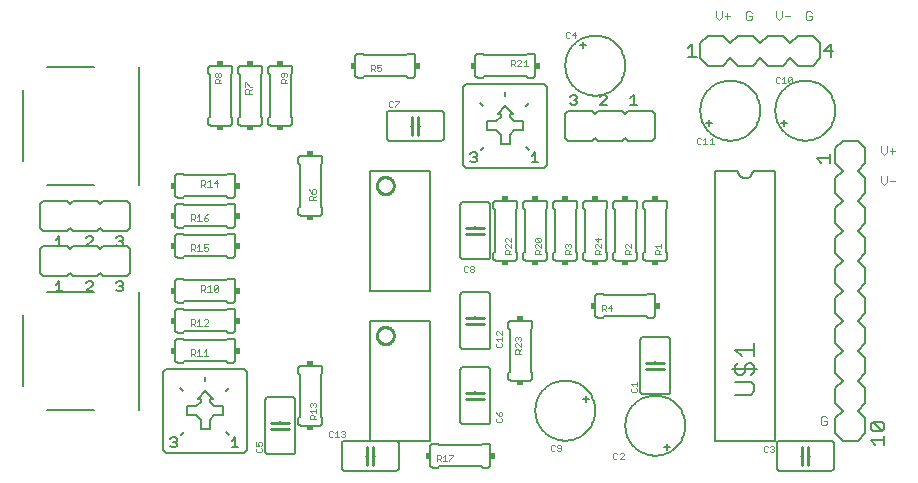
<source format=gto>
G75*
%MOIN*%
%OFA0B0*%
%FSLAX24Y24*%
%IPPOS*%
%LPD*%
%AMOC8*
5,1,8,0,0,1.08239X$1,22.5*
%
%ADD10C,0.0030*%
%ADD11C,0.0060*%
%ADD12C,0.0100*%
%ADD13C,0.0020*%
%ADD14C,0.0080*%
%ADD15C,0.0050*%
%ADD16R,0.0200X0.0150*%
%ADD17R,0.0150X0.0200*%
%ADD18C,0.0070*%
D10*
X030431Y002243D02*
X030479Y002195D01*
X030576Y002195D01*
X030624Y002243D01*
X030624Y002340D01*
X030527Y002340D01*
X030431Y002437D02*
X030431Y002243D01*
X030431Y002437D02*
X030479Y002485D01*
X030576Y002485D01*
X030624Y002437D01*
X032527Y010195D02*
X032624Y010292D01*
X032624Y010485D01*
X032725Y010340D02*
X032919Y010340D01*
X032527Y010195D02*
X032431Y010292D01*
X032431Y010485D01*
X032527Y011195D02*
X032624Y011292D01*
X032624Y011485D01*
X032725Y011340D02*
X032919Y011340D01*
X032822Y011437D02*
X032822Y011243D01*
X032527Y011195D02*
X032431Y011292D01*
X032431Y011485D01*
X030076Y015695D02*
X029979Y015695D01*
X029931Y015743D01*
X029931Y015937D01*
X029979Y015985D01*
X030076Y015985D01*
X030124Y015937D01*
X030124Y015840D02*
X030027Y015840D01*
X030124Y015840D02*
X030124Y015743D01*
X030076Y015695D01*
X029419Y015840D02*
X029225Y015840D01*
X029124Y015792D02*
X029124Y015985D01*
X029124Y015792D02*
X029027Y015695D01*
X028931Y015792D01*
X028931Y015985D01*
X028124Y015937D02*
X028076Y015985D01*
X027979Y015985D01*
X027931Y015937D01*
X027931Y015743D01*
X027979Y015695D01*
X028076Y015695D01*
X028124Y015743D01*
X028124Y015840D01*
X028027Y015840D01*
X027419Y015840D02*
X027225Y015840D01*
X027124Y015792D02*
X027124Y015985D01*
X027124Y015792D02*
X027027Y015695D01*
X026931Y015792D01*
X026931Y015985D01*
X027322Y015937D02*
X027322Y015743D01*
D11*
X027166Y015180D02*
X026666Y015180D01*
X026416Y014930D01*
X026416Y014430D01*
X026666Y014180D01*
X027166Y014180D01*
X027416Y014430D01*
X027666Y014180D01*
X028166Y014180D01*
X028416Y014430D01*
X028666Y014180D01*
X029166Y014180D01*
X029416Y014430D01*
X029666Y014180D01*
X030166Y014180D01*
X030416Y014430D01*
X030416Y014930D01*
X030166Y015180D01*
X029666Y015180D01*
X029416Y014930D01*
X029166Y015180D01*
X028666Y015180D01*
X028416Y014930D01*
X028166Y015180D01*
X027666Y015180D01*
X027416Y014930D01*
X027166Y015180D01*
X021916Y014180D02*
X021918Y014243D01*
X021924Y014305D01*
X021934Y014367D01*
X021947Y014429D01*
X021965Y014489D01*
X021986Y014548D01*
X022011Y014606D01*
X022040Y014662D01*
X022072Y014716D01*
X022107Y014768D01*
X022145Y014817D01*
X022187Y014865D01*
X022231Y014909D01*
X022279Y014951D01*
X022328Y014989D01*
X022380Y015024D01*
X022434Y015056D01*
X022490Y015085D01*
X022548Y015110D01*
X022607Y015131D01*
X022667Y015149D01*
X022729Y015162D01*
X022791Y015172D01*
X022853Y015178D01*
X022916Y015180D01*
X022979Y015178D01*
X023041Y015172D01*
X023103Y015162D01*
X023165Y015149D01*
X023225Y015131D01*
X023284Y015110D01*
X023342Y015085D01*
X023398Y015056D01*
X023452Y015024D01*
X023504Y014989D01*
X023553Y014951D01*
X023601Y014909D01*
X023645Y014865D01*
X023687Y014817D01*
X023725Y014768D01*
X023760Y014716D01*
X023792Y014662D01*
X023821Y014606D01*
X023846Y014548D01*
X023867Y014489D01*
X023885Y014429D01*
X023898Y014367D01*
X023908Y014305D01*
X023914Y014243D01*
X023916Y014180D01*
X023914Y014117D01*
X023908Y014055D01*
X023898Y013993D01*
X023885Y013931D01*
X023867Y013871D01*
X023846Y013812D01*
X023821Y013754D01*
X023792Y013698D01*
X023760Y013644D01*
X023725Y013592D01*
X023687Y013543D01*
X023645Y013495D01*
X023601Y013451D01*
X023553Y013409D01*
X023504Y013371D01*
X023452Y013336D01*
X023398Y013304D01*
X023342Y013275D01*
X023284Y013250D01*
X023225Y013229D01*
X023165Y013211D01*
X023103Y013198D01*
X023041Y013188D01*
X022979Y013182D01*
X022916Y013180D01*
X022853Y013182D01*
X022791Y013188D01*
X022729Y013198D01*
X022667Y013211D01*
X022607Y013229D01*
X022548Y013250D01*
X022490Y013275D01*
X022434Y013304D01*
X022380Y013336D01*
X022328Y013371D01*
X022279Y013409D01*
X022231Y013451D01*
X022187Y013495D01*
X022145Y013543D01*
X022107Y013592D01*
X022072Y013644D01*
X022040Y013698D01*
X022011Y013754D01*
X021986Y013812D01*
X021965Y013871D01*
X021947Y013931D01*
X021934Y013993D01*
X021924Y014055D01*
X021918Y014117D01*
X021916Y014180D01*
X022516Y014780D02*
X022516Y014980D01*
X022416Y014880D02*
X022616Y014880D01*
X020916Y014480D02*
X020916Y013880D01*
X020914Y013863D01*
X020910Y013846D01*
X020903Y013830D01*
X020893Y013816D01*
X020880Y013803D01*
X020866Y013793D01*
X020850Y013786D01*
X020833Y013782D01*
X020816Y013780D01*
X020666Y013780D01*
X020616Y013830D01*
X019216Y013830D01*
X019166Y013780D01*
X019016Y013780D01*
X018999Y013782D01*
X018982Y013786D01*
X018966Y013793D01*
X018952Y013803D01*
X018939Y013816D01*
X018929Y013830D01*
X018922Y013846D01*
X018918Y013863D01*
X018916Y013880D01*
X018916Y014480D01*
X018918Y014497D01*
X018922Y014514D01*
X018929Y014530D01*
X018939Y014544D01*
X018952Y014557D01*
X018966Y014567D01*
X018982Y014574D01*
X018999Y014578D01*
X019016Y014580D01*
X019166Y014580D01*
X019216Y014530D01*
X020616Y014530D01*
X020666Y014580D01*
X020816Y014580D01*
X020833Y014578D01*
X020850Y014574D01*
X020866Y014567D01*
X020880Y014557D01*
X020893Y014544D01*
X020903Y014530D01*
X020910Y014514D01*
X020914Y014497D01*
X020916Y014480D01*
X021216Y013580D02*
X021316Y013480D01*
X021316Y010880D01*
X021216Y010780D01*
X018616Y010780D01*
X018516Y010880D01*
X018516Y013480D01*
X018616Y013580D01*
X021216Y013580D01*
X020716Y012930D02*
X020616Y012830D01*
X020166Y012580D02*
X020066Y012580D01*
X020066Y012480D01*
X020216Y012330D01*
X020516Y012330D01*
X020516Y012030D01*
X020216Y012030D01*
X020066Y011880D01*
X020066Y011580D01*
X019766Y011580D01*
X019766Y011880D01*
X019616Y012030D01*
X019316Y012030D01*
X019316Y012330D01*
X019616Y012330D01*
X019766Y012480D01*
X019766Y012580D01*
X019666Y012580D01*
X019916Y012830D01*
X020166Y012580D01*
X019916Y013150D02*
X019916Y013300D01*
X019166Y012830D02*
X019066Y012930D01*
X017866Y012580D02*
X017866Y011780D01*
X017864Y011763D01*
X017860Y011746D01*
X017853Y011730D01*
X017843Y011716D01*
X017830Y011703D01*
X017816Y011693D01*
X017800Y011686D01*
X017783Y011682D01*
X017766Y011680D01*
X016066Y011680D01*
X016049Y011682D01*
X016032Y011686D01*
X016016Y011693D01*
X016002Y011703D01*
X015989Y011716D01*
X015979Y011730D01*
X015972Y011746D01*
X015968Y011763D01*
X015966Y011780D01*
X015966Y012580D01*
X015968Y012597D01*
X015972Y012614D01*
X015979Y012630D01*
X015989Y012644D01*
X016002Y012657D01*
X016016Y012667D01*
X016032Y012674D01*
X016049Y012678D01*
X016066Y012680D01*
X017766Y012680D01*
X017783Y012678D01*
X017800Y012674D01*
X017816Y012667D01*
X017830Y012657D01*
X017843Y012644D01*
X017853Y012630D01*
X017860Y012614D01*
X017864Y012597D01*
X017866Y012580D01*
X017066Y012180D02*
X017016Y012180D01*
X016816Y012180D02*
X016766Y012180D01*
X019116Y011380D02*
X019216Y011480D01*
X020616Y011480D02*
X020716Y011380D01*
X021916Y011780D02*
X021916Y012580D01*
X022016Y012680D01*
X022816Y012680D01*
X022916Y012580D01*
X023016Y012680D01*
X023816Y012680D01*
X023916Y012580D01*
X024016Y012680D01*
X024816Y012680D01*
X024916Y012580D01*
X024916Y011780D01*
X024816Y011680D01*
X024016Y011680D01*
X023916Y011780D01*
X023816Y011680D01*
X023016Y011680D01*
X022916Y011780D01*
X022816Y011680D01*
X022016Y011680D01*
X021916Y011780D01*
X021616Y009680D02*
X022216Y009680D01*
X022233Y009678D01*
X022250Y009674D01*
X022266Y009667D01*
X022280Y009657D01*
X022293Y009644D01*
X022303Y009630D01*
X022310Y009614D01*
X022314Y009597D01*
X022316Y009580D01*
X022316Y009430D01*
X022266Y009380D01*
X022266Y007980D01*
X022316Y007930D01*
X022316Y007780D01*
X022314Y007763D01*
X022310Y007746D01*
X022303Y007730D01*
X022293Y007716D01*
X022280Y007703D01*
X022266Y007693D01*
X022250Y007686D01*
X022233Y007682D01*
X022216Y007680D01*
X021616Y007680D01*
X021599Y007682D01*
X021582Y007686D01*
X021566Y007693D01*
X021552Y007703D01*
X021539Y007716D01*
X021529Y007730D01*
X021522Y007746D01*
X021518Y007763D01*
X021516Y007780D01*
X021516Y007930D01*
X021566Y007980D01*
X021566Y009380D01*
X021516Y009430D01*
X021516Y009580D01*
X021518Y009597D01*
X021522Y009614D01*
X021529Y009630D01*
X021539Y009644D01*
X021552Y009657D01*
X021566Y009667D01*
X021582Y009674D01*
X021599Y009678D01*
X021616Y009680D01*
X021316Y009580D02*
X021316Y009430D01*
X021266Y009380D01*
X021266Y007980D01*
X021316Y007930D01*
X021316Y007780D01*
X021314Y007763D01*
X021310Y007746D01*
X021303Y007730D01*
X021293Y007716D01*
X021280Y007703D01*
X021266Y007693D01*
X021250Y007686D01*
X021233Y007682D01*
X021216Y007680D01*
X020616Y007680D01*
X020599Y007682D01*
X020582Y007686D01*
X020566Y007693D01*
X020552Y007703D01*
X020539Y007716D01*
X020529Y007730D01*
X020522Y007746D01*
X020518Y007763D01*
X020516Y007780D01*
X020516Y007930D01*
X020566Y007980D01*
X020566Y009380D01*
X020516Y009430D01*
X020516Y009580D01*
X020518Y009597D01*
X020522Y009614D01*
X020529Y009630D01*
X020539Y009644D01*
X020552Y009657D01*
X020566Y009667D01*
X020582Y009674D01*
X020599Y009678D01*
X020616Y009680D01*
X021216Y009680D01*
X021233Y009678D01*
X021250Y009674D01*
X021266Y009667D01*
X021280Y009657D01*
X021293Y009644D01*
X021303Y009630D01*
X021310Y009614D01*
X021314Y009597D01*
X021316Y009580D01*
X020316Y009580D02*
X020316Y009430D01*
X020266Y009380D01*
X020266Y007980D01*
X020316Y007930D01*
X020316Y007780D01*
X020314Y007763D01*
X020310Y007746D01*
X020303Y007730D01*
X020293Y007716D01*
X020280Y007703D01*
X020266Y007693D01*
X020250Y007686D01*
X020233Y007682D01*
X020216Y007680D01*
X019616Y007680D01*
X019599Y007682D01*
X019582Y007686D01*
X019566Y007693D01*
X019552Y007703D01*
X019539Y007716D01*
X019529Y007730D01*
X019522Y007746D01*
X019518Y007763D01*
X019516Y007780D01*
X019516Y007930D01*
X019566Y007980D01*
X019566Y009380D01*
X019516Y009430D01*
X019516Y009580D01*
X019518Y009597D01*
X019522Y009614D01*
X019529Y009630D01*
X019539Y009644D01*
X019552Y009657D01*
X019566Y009667D01*
X019582Y009674D01*
X019599Y009678D01*
X019616Y009680D01*
X020216Y009680D01*
X020233Y009678D01*
X020250Y009674D01*
X020266Y009667D01*
X020280Y009657D01*
X020293Y009644D01*
X020303Y009630D01*
X020310Y009614D01*
X020314Y009597D01*
X020316Y009580D01*
X019416Y009530D02*
X019416Y007830D01*
X019414Y007813D01*
X019410Y007796D01*
X019403Y007780D01*
X019393Y007766D01*
X019380Y007753D01*
X019366Y007743D01*
X019350Y007736D01*
X019333Y007732D01*
X019316Y007730D01*
X018516Y007730D01*
X018499Y007732D01*
X018482Y007736D01*
X018466Y007743D01*
X018452Y007753D01*
X018439Y007766D01*
X018429Y007780D01*
X018422Y007796D01*
X018418Y007813D01*
X018416Y007830D01*
X018416Y009530D01*
X018418Y009547D01*
X018422Y009564D01*
X018429Y009580D01*
X018439Y009594D01*
X018452Y009607D01*
X018466Y009617D01*
X018482Y009624D01*
X018499Y009628D01*
X018516Y009630D01*
X019316Y009630D01*
X019333Y009628D01*
X019350Y009624D01*
X019366Y009617D01*
X019380Y009607D01*
X019393Y009594D01*
X019403Y009580D01*
X019410Y009564D01*
X019414Y009547D01*
X019416Y009530D01*
X018916Y008830D02*
X018916Y008780D01*
X018916Y008580D02*
X018916Y008530D01*
X018516Y006630D02*
X019316Y006630D01*
X019333Y006628D01*
X019350Y006624D01*
X019366Y006617D01*
X019380Y006607D01*
X019393Y006594D01*
X019403Y006580D01*
X019410Y006564D01*
X019414Y006547D01*
X019416Y006530D01*
X019416Y004830D01*
X019414Y004813D01*
X019410Y004796D01*
X019403Y004780D01*
X019393Y004766D01*
X019380Y004753D01*
X019366Y004743D01*
X019350Y004736D01*
X019333Y004732D01*
X019316Y004730D01*
X018516Y004730D01*
X018499Y004732D01*
X018482Y004736D01*
X018466Y004743D01*
X018452Y004753D01*
X018439Y004766D01*
X018429Y004780D01*
X018422Y004796D01*
X018418Y004813D01*
X018416Y004830D01*
X018416Y006530D01*
X018418Y006547D01*
X018422Y006564D01*
X018429Y006580D01*
X018439Y006594D01*
X018452Y006607D01*
X018466Y006617D01*
X018482Y006624D01*
X018499Y006628D01*
X018516Y006630D01*
X018916Y005830D02*
X018916Y005780D01*
X018916Y005580D02*
X018916Y005530D01*
X020016Y005580D02*
X020016Y005430D01*
X020066Y005380D01*
X020066Y003980D01*
X020016Y003930D01*
X020016Y003780D01*
X020018Y003763D01*
X020022Y003746D01*
X020029Y003730D01*
X020039Y003716D01*
X020052Y003703D01*
X020066Y003693D01*
X020082Y003686D01*
X020099Y003682D01*
X020116Y003680D01*
X020716Y003680D01*
X020733Y003682D01*
X020750Y003686D01*
X020766Y003693D01*
X020780Y003703D01*
X020793Y003716D01*
X020803Y003730D01*
X020810Y003746D01*
X020814Y003763D01*
X020816Y003780D01*
X020816Y003930D01*
X020766Y003980D01*
X020766Y005380D01*
X020816Y005430D01*
X020816Y005580D01*
X020814Y005597D01*
X020810Y005614D01*
X020803Y005630D01*
X020793Y005644D01*
X020780Y005657D01*
X020766Y005667D01*
X020750Y005674D01*
X020733Y005678D01*
X020716Y005680D01*
X020116Y005680D01*
X020099Y005678D01*
X020082Y005674D01*
X020066Y005667D01*
X020052Y005657D01*
X020039Y005644D01*
X020029Y005630D01*
X020022Y005614D01*
X020018Y005597D01*
X020016Y005580D01*
X019316Y004130D02*
X018516Y004130D01*
X018499Y004128D01*
X018482Y004124D01*
X018466Y004117D01*
X018452Y004107D01*
X018439Y004094D01*
X018429Y004080D01*
X018422Y004064D01*
X018418Y004047D01*
X018416Y004030D01*
X018416Y002330D01*
X018418Y002313D01*
X018422Y002296D01*
X018429Y002280D01*
X018439Y002266D01*
X018452Y002253D01*
X018466Y002243D01*
X018482Y002236D01*
X018499Y002232D01*
X018516Y002230D01*
X019316Y002230D01*
X019333Y002232D01*
X019350Y002236D01*
X019366Y002243D01*
X019380Y002253D01*
X019393Y002266D01*
X019403Y002280D01*
X019410Y002296D01*
X019414Y002313D01*
X019416Y002330D01*
X019416Y004030D01*
X019414Y004047D01*
X019410Y004064D01*
X019403Y004080D01*
X019393Y004094D01*
X019380Y004107D01*
X019366Y004117D01*
X019350Y004124D01*
X019333Y004128D01*
X019316Y004130D01*
X018916Y003330D02*
X018916Y003280D01*
X018916Y003080D02*
X018916Y003030D01*
X019166Y001580D02*
X019316Y001580D01*
X019333Y001578D01*
X019350Y001574D01*
X019366Y001567D01*
X019380Y001557D01*
X019393Y001544D01*
X019403Y001530D01*
X019410Y001514D01*
X019414Y001497D01*
X019416Y001480D01*
X019416Y000880D01*
X019414Y000863D01*
X019410Y000846D01*
X019403Y000830D01*
X019393Y000816D01*
X019380Y000803D01*
X019366Y000793D01*
X019350Y000786D01*
X019333Y000782D01*
X019316Y000780D01*
X019166Y000780D01*
X019116Y000830D01*
X017716Y000830D01*
X017666Y000780D01*
X017516Y000780D01*
X017499Y000782D01*
X017482Y000786D01*
X017466Y000793D01*
X017452Y000803D01*
X017439Y000816D01*
X017429Y000830D01*
X017422Y000846D01*
X017418Y000863D01*
X017416Y000880D01*
X017416Y001480D01*
X017418Y001497D01*
X017422Y001514D01*
X017429Y001530D01*
X017439Y001544D01*
X017452Y001557D01*
X017466Y001567D01*
X017482Y001574D01*
X017499Y001578D01*
X017516Y001580D01*
X017666Y001580D01*
X017716Y001530D01*
X019116Y001530D01*
X019166Y001580D01*
X020916Y002680D02*
X020918Y002743D01*
X020924Y002805D01*
X020934Y002867D01*
X020947Y002929D01*
X020965Y002989D01*
X020986Y003048D01*
X021011Y003106D01*
X021040Y003162D01*
X021072Y003216D01*
X021107Y003268D01*
X021145Y003317D01*
X021187Y003365D01*
X021231Y003409D01*
X021279Y003451D01*
X021328Y003489D01*
X021380Y003524D01*
X021434Y003556D01*
X021490Y003585D01*
X021548Y003610D01*
X021607Y003631D01*
X021667Y003649D01*
X021729Y003662D01*
X021791Y003672D01*
X021853Y003678D01*
X021916Y003680D01*
X021979Y003678D01*
X022041Y003672D01*
X022103Y003662D01*
X022165Y003649D01*
X022225Y003631D01*
X022284Y003610D01*
X022342Y003585D01*
X022398Y003556D01*
X022452Y003524D01*
X022504Y003489D01*
X022553Y003451D01*
X022601Y003409D01*
X022645Y003365D01*
X022687Y003317D01*
X022725Y003268D01*
X022760Y003216D01*
X022792Y003162D01*
X022821Y003106D01*
X022846Y003048D01*
X022867Y002989D01*
X022885Y002929D01*
X022898Y002867D01*
X022908Y002805D01*
X022914Y002743D01*
X022916Y002680D01*
X022914Y002617D01*
X022908Y002555D01*
X022898Y002493D01*
X022885Y002431D01*
X022867Y002371D01*
X022846Y002312D01*
X022821Y002254D01*
X022792Y002198D01*
X022760Y002144D01*
X022725Y002092D01*
X022687Y002043D01*
X022645Y001995D01*
X022601Y001951D01*
X022553Y001909D01*
X022504Y001871D01*
X022452Y001836D01*
X022398Y001804D01*
X022342Y001775D01*
X022284Y001750D01*
X022225Y001729D01*
X022165Y001711D01*
X022103Y001698D01*
X022041Y001688D01*
X021979Y001682D01*
X021916Y001680D01*
X021853Y001682D01*
X021791Y001688D01*
X021729Y001698D01*
X021667Y001711D01*
X021607Y001729D01*
X021548Y001750D01*
X021490Y001775D01*
X021434Y001804D01*
X021380Y001836D01*
X021328Y001871D01*
X021279Y001909D01*
X021231Y001951D01*
X021187Y001995D01*
X021145Y002043D01*
X021107Y002092D01*
X021072Y002144D01*
X021040Y002198D01*
X021011Y002254D01*
X020986Y002312D01*
X020965Y002371D01*
X020947Y002431D01*
X020934Y002493D01*
X020924Y002555D01*
X020918Y002617D01*
X020916Y002680D01*
X022516Y003080D02*
X022716Y003080D01*
X022616Y003180D02*
X022616Y002980D01*
X024416Y003330D02*
X024416Y005030D01*
X024418Y005047D01*
X024422Y005064D01*
X024429Y005080D01*
X024439Y005094D01*
X024452Y005107D01*
X024466Y005117D01*
X024482Y005124D01*
X024499Y005128D01*
X024516Y005130D01*
X025316Y005130D01*
X025333Y005128D01*
X025350Y005124D01*
X025366Y005117D01*
X025380Y005107D01*
X025393Y005094D01*
X025403Y005080D01*
X025410Y005064D01*
X025414Y005047D01*
X025416Y005030D01*
X025416Y003330D01*
X025414Y003313D01*
X025410Y003296D01*
X025403Y003280D01*
X025393Y003266D01*
X025380Y003253D01*
X025366Y003243D01*
X025350Y003236D01*
X025333Y003232D01*
X025316Y003230D01*
X024516Y003230D01*
X024499Y003232D01*
X024482Y003236D01*
X024466Y003243D01*
X024452Y003253D01*
X024439Y003266D01*
X024429Y003280D01*
X024422Y003296D01*
X024418Y003313D01*
X024416Y003330D01*
X024916Y004030D02*
X024916Y004080D01*
X024916Y004280D02*
X024916Y004330D01*
X024816Y005780D02*
X024666Y005780D01*
X024616Y005830D01*
X023216Y005830D01*
X023166Y005780D01*
X023016Y005780D01*
X022999Y005782D01*
X022982Y005786D01*
X022966Y005793D01*
X022952Y005803D01*
X022939Y005816D01*
X022929Y005830D01*
X022922Y005846D01*
X022918Y005863D01*
X022916Y005880D01*
X022916Y006480D01*
X022918Y006497D01*
X022922Y006514D01*
X022929Y006530D01*
X022939Y006544D01*
X022952Y006557D01*
X022966Y006567D01*
X022982Y006574D01*
X022999Y006578D01*
X023016Y006580D01*
X023166Y006580D01*
X023216Y006530D01*
X024616Y006530D01*
X024666Y006580D01*
X024816Y006580D01*
X024833Y006578D01*
X024850Y006574D01*
X024866Y006567D01*
X024880Y006557D01*
X024893Y006544D01*
X024903Y006530D01*
X024910Y006514D01*
X024914Y006497D01*
X024916Y006480D01*
X024916Y005880D01*
X024914Y005863D01*
X024910Y005846D01*
X024903Y005830D01*
X024893Y005816D01*
X024880Y005803D01*
X024866Y005793D01*
X024850Y005786D01*
X024833Y005782D01*
X024816Y005780D01*
X024616Y007680D02*
X025216Y007680D01*
X025233Y007682D01*
X025250Y007686D01*
X025266Y007693D01*
X025280Y007703D01*
X025293Y007716D01*
X025303Y007730D01*
X025310Y007746D01*
X025314Y007763D01*
X025316Y007780D01*
X025316Y007930D01*
X025266Y007980D01*
X025266Y009380D01*
X025316Y009430D01*
X025316Y009580D01*
X025314Y009597D01*
X025310Y009614D01*
X025303Y009630D01*
X025293Y009644D01*
X025280Y009657D01*
X025266Y009667D01*
X025250Y009674D01*
X025233Y009678D01*
X025216Y009680D01*
X024616Y009680D01*
X024599Y009678D01*
X024582Y009674D01*
X024566Y009667D01*
X024552Y009657D01*
X024539Y009644D01*
X024529Y009630D01*
X024522Y009614D01*
X024518Y009597D01*
X024516Y009580D01*
X024516Y009430D01*
X024566Y009380D01*
X024566Y007980D01*
X024516Y007930D01*
X024516Y007780D01*
X024518Y007763D01*
X024522Y007746D01*
X024529Y007730D01*
X024539Y007716D01*
X024552Y007703D01*
X024566Y007693D01*
X024582Y007686D01*
X024599Y007682D01*
X024616Y007680D01*
X024316Y007780D02*
X024316Y007930D01*
X024266Y007980D01*
X024266Y009380D01*
X024316Y009430D01*
X024316Y009580D01*
X024314Y009597D01*
X024310Y009614D01*
X024303Y009630D01*
X024293Y009644D01*
X024280Y009657D01*
X024266Y009667D01*
X024250Y009674D01*
X024233Y009678D01*
X024216Y009680D01*
X023616Y009680D01*
X023599Y009678D01*
X023582Y009674D01*
X023566Y009667D01*
X023552Y009657D01*
X023539Y009644D01*
X023529Y009630D01*
X023522Y009614D01*
X023518Y009597D01*
X023516Y009580D01*
X023516Y009430D01*
X023566Y009380D01*
X023566Y007980D01*
X023516Y007930D01*
X023516Y007780D01*
X023518Y007763D01*
X023522Y007746D01*
X023529Y007730D01*
X023539Y007716D01*
X023552Y007703D01*
X023566Y007693D01*
X023582Y007686D01*
X023599Y007682D01*
X023616Y007680D01*
X024216Y007680D01*
X024233Y007682D01*
X024250Y007686D01*
X024266Y007693D01*
X024280Y007703D01*
X024293Y007716D01*
X024303Y007730D01*
X024310Y007746D01*
X024314Y007763D01*
X024316Y007780D01*
X023316Y007780D02*
X023316Y007930D01*
X023266Y007980D01*
X023266Y009380D01*
X023316Y009430D01*
X023316Y009580D01*
X023314Y009597D01*
X023310Y009614D01*
X023303Y009630D01*
X023293Y009644D01*
X023280Y009657D01*
X023266Y009667D01*
X023250Y009674D01*
X023233Y009678D01*
X023216Y009680D01*
X022616Y009680D01*
X022599Y009678D01*
X022582Y009674D01*
X022566Y009667D01*
X022552Y009657D01*
X022539Y009644D01*
X022529Y009630D01*
X022522Y009614D01*
X022518Y009597D01*
X022516Y009580D01*
X022516Y009430D01*
X022566Y009380D01*
X022566Y007980D01*
X022516Y007930D01*
X022516Y007780D01*
X022518Y007763D01*
X022522Y007746D01*
X022529Y007730D01*
X022539Y007716D01*
X022552Y007703D01*
X022566Y007693D01*
X022582Y007686D01*
X022599Y007682D01*
X022616Y007680D01*
X023216Y007680D01*
X023233Y007682D01*
X023250Y007686D01*
X023266Y007693D01*
X023280Y007703D01*
X023293Y007716D01*
X023303Y007730D01*
X023310Y007746D01*
X023314Y007763D01*
X023316Y007780D01*
X026916Y010680D02*
X026916Y001680D01*
X028916Y001680D01*
X028916Y010680D01*
X028166Y010680D01*
X028164Y010650D01*
X028159Y010620D01*
X028150Y010591D01*
X028137Y010564D01*
X028122Y010538D01*
X028103Y010514D01*
X028082Y010493D01*
X028058Y010474D01*
X028032Y010459D01*
X028005Y010446D01*
X027976Y010437D01*
X027946Y010432D01*
X027916Y010430D01*
X027886Y010432D01*
X027856Y010437D01*
X027827Y010446D01*
X027800Y010459D01*
X027774Y010474D01*
X027750Y010493D01*
X027729Y010514D01*
X027710Y010538D01*
X027695Y010564D01*
X027682Y010591D01*
X027673Y010620D01*
X027668Y010650D01*
X027666Y010680D01*
X026916Y010680D01*
X026716Y012180D02*
X026716Y012380D01*
X026816Y012280D02*
X026616Y012280D01*
X026416Y012680D02*
X026418Y012743D01*
X026424Y012805D01*
X026434Y012867D01*
X026447Y012929D01*
X026465Y012989D01*
X026486Y013048D01*
X026511Y013106D01*
X026540Y013162D01*
X026572Y013216D01*
X026607Y013268D01*
X026645Y013317D01*
X026687Y013365D01*
X026731Y013409D01*
X026779Y013451D01*
X026828Y013489D01*
X026880Y013524D01*
X026934Y013556D01*
X026990Y013585D01*
X027048Y013610D01*
X027107Y013631D01*
X027167Y013649D01*
X027229Y013662D01*
X027291Y013672D01*
X027353Y013678D01*
X027416Y013680D01*
X027479Y013678D01*
X027541Y013672D01*
X027603Y013662D01*
X027665Y013649D01*
X027725Y013631D01*
X027784Y013610D01*
X027842Y013585D01*
X027898Y013556D01*
X027952Y013524D01*
X028004Y013489D01*
X028053Y013451D01*
X028101Y013409D01*
X028145Y013365D01*
X028187Y013317D01*
X028225Y013268D01*
X028260Y013216D01*
X028292Y013162D01*
X028321Y013106D01*
X028346Y013048D01*
X028367Y012989D01*
X028385Y012929D01*
X028398Y012867D01*
X028408Y012805D01*
X028414Y012743D01*
X028416Y012680D01*
X028414Y012617D01*
X028408Y012555D01*
X028398Y012493D01*
X028385Y012431D01*
X028367Y012371D01*
X028346Y012312D01*
X028321Y012254D01*
X028292Y012198D01*
X028260Y012144D01*
X028225Y012092D01*
X028187Y012043D01*
X028145Y011995D01*
X028101Y011951D01*
X028053Y011909D01*
X028004Y011871D01*
X027952Y011836D01*
X027898Y011804D01*
X027842Y011775D01*
X027784Y011750D01*
X027725Y011729D01*
X027665Y011711D01*
X027603Y011698D01*
X027541Y011688D01*
X027479Y011682D01*
X027416Y011680D01*
X027353Y011682D01*
X027291Y011688D01*
X027229Y011698D01*
X027167Y011711D01*
X027107Y011729D01*
X027048Y011750D01*
X026990Y011775D01*
X026934Y011804D01*
X026880Y011836D01*
X026828Y011871D01*
X026779Y011909D01*
X026731Y011951D01*
X026687Y011995D01*
X026645Y012043D01*
X026607Y012092D01*
X026572Y012144D01*
X026540Y012198D01*
X026511Y012254D01*
X026486Y012312D01*
X026465Y012371D01*
X026447Y012431D01*
X026434Y012493D01*
X026424Y012555D01*
X026418Y012617D01*
X026416Y012680D01*
X029116Y012280D02*
X029316Y012280D01*
X029216Y012180D02*
X029216Y012380D01*
X028916Y012680D02*
X028918Y012743D01*
X028924Y012805D01*
X028934Y012867D01*
X028947Y012929D01*
X028965Y012989D01*
X028986Y013048D01*
X029011Y013106D01*
X029040Y013162D01*
X029072Y013216D01*
X029107Y013268D01*
X029145Y013317D01*
X029187Y013365D01*
X029231Y013409D01*
X029279Y013451D01*
X029328Y013489D01*
X029380Y013524D01*
X029434Y013556D01*
X029490Y013585D01*
X029548Y013610D01*
X029607Y013631D01*
X029667Y013649D01*
X029729Y013662D01*
X029791Y013672D01*
X029853Y013678D01*
X029916Y013680D01*
X029979Y013678D01*
X030041Y013672D01*
X030103Y013662D01*
X030165Y013649D01*
X030225Y013631D01*
X030284Y013610D01*
X030342Y013585D01*
X030398Y013556D01*
X030452Y013524D01*
X030504Y013489D01*
X030553Y013451D01*
X030601Y013409D01*
X030645Y013365D01*
X030687Y013317D01*
X030725Y013268D01*
X030760Y013216D01*
X030792Y013162D01*
X030821Y013106D01*
X030846Y013048D01*
X030867Y012989D01*
X030885Y012929D01*
X030898Y012867D01*
X030908Y012805D01*
X030914Y012743D01*
X030916Y012680D01*
X030914Y012617D01*
X030908Y012555D01*
X030898Y012493D01*
X030885Y012431D01*
X030867Y012371D01*
X030846Y012312D01*
X030821Y012254D01*
X030792Y012198D01*
X030760Y012144D01*
X030725Y012092D01*
X030687Y012043D01*
X030645Y011995D01*
X030601Y011951D01*
X030553Y011909D01*
X030504Y011871D01*
X030452Y011836D01*
X030398Y011804D01*
X030342Y011775D01*
X030284Y011750D01*
X030225Y011729D01*
X030165Y011711D01*
X030103Y011698D01*
X030041Y011688D01*
X029979Y011682D01*
X029916Y011680D01*
X029853Y011682D01*
X029791Y011688D01*
X029729Y011698D01*
X029667Y011711D01*
X029607Y011729D01*
X029548Y011750D01*
X029490Y011775D01*
X029434Y011804D01*
X029380Y011836D01*
X029328Y011871D01*
X029279Y011909D01*
X029231Y011951D01*
X029187Y011995D01*
X029145Y012043D01*
X029107Y012092D01*
X029072Y012144D01*
X029040Y012198D01*
X029011Y012254D01*
X028986Y012312D01*
X028965Y012371D01*
X028947Y012431D01*
X028934Y012493D01*
X028924Y012555D01*
X028918Y012617D01*
X028916Y012680D01*
X030916Y011430D02*
X031166Y011680D01*
X031666Y011680D01*
X031916Y011430D01*
X031916Y010930D01*
X031666Y010680D01*
X031916Y010430D01*
X031916Y009930D01*
X031666Y009680D01*
X031916Y009430D01*
X031916Y008930D01*
X031666Y008680D01*
X031916Y008430D01*
X031916Y007930D01*
X031666Y007680D01*
X031916Y007430D01*
X031916Y006930D01*
X031666Y006680D01*
X031916Y006430D01*
X031916Y005930D01*
X031666Y005680D01*
X031916Y005430D01*
X031916Y004930D01*
X031666Y004680D01*
X031916Y004430D01*
X031916Y003930D01*
X031666Y003680D01*
X031916Y003430D01*
X031916Y002930D01*
X031666Y002680D01*
X031916Y002430D01*
X031916Y001930D01*
X031666Y001680D01*
X031166Y001680D01*
X030916Y001930D01*
X030916Y002430D01*
X031166Y002680D01*
X030916Y002930D01*
X030916Y003430D01*
X031166Y003680D01*
X030916Y003930D01*
X030916Y004430D01*
X031166Y004680D01*
X030916Y004930D01*
X030916Y005430D01*
X031166Y005680D01*
X030916Y005930D01*
X030916Y006430D01*
X031166Y006680D01*
X030916Y006930D01*
X030916Y007430D01*
X031166Y007680D01*
X030916Y007930D01*
X030916Y008430D01*
X031166Y008680D01*
X030916Y008930D01*
X030916Y009430D01*
X031166Y009680D01*
X030916Y009930D01*
X030916Y010430D01*
X031166Y010680D01*
X030916Y010930D01*
X030916Y011430D01*
X016916Y013880D02*
X016916Y014480D01*
X016914Y014497D01*
X016910Y014514D01*
X016903Y014530D01*
X016893Y014544D01*
X016880Y014557D01*
X016866Y014567D01*
X016850Y014574D01*
X016833Y014578D01*
X016816Y014580D01*
X016666Y014580D01*
X016616Y014530D01*
X015216Y014530D01*
X015166Y014580D01*
X015016Y014580D01*
X014999Y014578D01*
X014982Y014574D01*
X014966Y014567D01*
X014952Y014557D01*
X014939Y014544D01*
X014929Y014530D01*
X014922Y014514D01*
X014918Y014497D01*
X014916Y014480D01*
X014916Y013880D01*
X014918Y013863D01*
X014922Y013846D01*
X014929Y013830D01*
X014939Y013816D01*
X014952Y013803D01*
X014966Y013793D01*
X014982Y013786D01*
X014999Y013782D01*
X015016Y013780D01*
X015166Y013780D01*
X015216Y013830D01*
X016616Y013830D01*
X016666Y013780D01*
X016816Y013780D01*
X016833Y013782D01*
X016850Y013786D01*
X016866Y013793D01*
X016880Y013803D01*
X016893Y013816D01*
X016903Y013830D01*
X016910Y013846D01*
X016914Y013863D01*
X016916Y013880D01*
X012816Y013930D02*
X012766Y013880D01*
X012766Y012480D01*
X012816Y012430D01*
X012816Y012280D01*
X012814Y012263D01*
X012810Y012246D01*
X012803Y012230D01*
X012793Y012216D01*
X012780Y012203D01*
X012766Y012193D01*
X012750Y012186D01*
X012733Y012182D01*
X012716Y012180D01*
X012116Y012180D01*
X012099Y012182D01*
X012082Y012186D01*
X012066Y012193D01*
X012052Y012203D01*
X012039Y012216D01*
X012029Y012230D01*
X012022Y012246D01*
X012018Y012263D01*
X012016Y012280D01*
X012016Y012430D01*
X012066Y012480D01*
X012066Y013880D01*
X012016Y013930D01*
X012016Y014080D01*
X012018Y014097D01*
X012022Y014114D01*
X012029Y014130D01*
X012039Y014144D01*
X012052Y014157D01*
X012066Y014167D01*
X012082Y014174D01*
X012099Y014178D01*
X012116Y014180D01*
X012716Y014180D01*
X012733Y014178D01*
X012750Y014174D01*
X012766Y014167D01*
X012780Y014157D01*
X012793Y014144D01*
X012803Y014130D01*
X012810Y014114D01*
X012814Y014097D01*
X012816Y014080D01*
X012816Y013930D01*
X011816Y013930D02*
X011766Y013880D01*
X011766Y012480D01*
X011816Y012430D01*
X011816Y012280D01*
X011814Y012263D01*
X011810Y012246D01*
X011803Y012230D01*
X011793Y012216D01*
X011780Y012203D01*
X011766Y012193D01*
X011750Y012186D01*
X011733Y012182D01*
X011716Y012180D01*
X011116Y012180D01*
X011099Y012182D01*
X011082Y012186D01*
X011066Y012193D01*
X011052Y012203D01*
X011039Y012216D01*
X011029Y012230D01*
X011022Y012246D01*
X011018Y012263D01*
X011016Y012280D01*
X011016Y012430D01*
X011066Y012480D01*
X011066Y013880D01*
X011016Y013930D01*
X011016Y014080D01*
X011018Y014097D01*
X011022Y014114D01*
X011029Y014130D01*
X011039Y014144D01*
X011052Y014157D01*
X011066Y014167D01*
X011082Y014174D01*
X011099Y014178D01*
X011116Y014180D01*
X011716Y014180D01*
X011733Y014178D01*
X011750Y014174D01*
X011766Y014167D01*
X011780Y014157D01*
X011793Y014144D01*
X011803Y014130D01*
X011810Y014114D01*
X011814Y014097D01*
X011816Y014080D01*
X011816Y013930D01*
X010816Y013930D02*
X010766Y013880D01*
X010766Y012480D01*
X010816Y012430D01*
X010816Y012280D01*
X010814Y012263D01*
X010810Y012246D01*
X010803Y012230D01*
X010793Y012216D01*
X010780Y012203D01*
X010766Y012193D01*
X010750Y012186D01*
X010733Y012182D01*
X010716Y012180D01*
X010116Y012180D01*
X010099Y012182D01*
X010082Y012186D01*
X010066Y012193D01*
X010052Y012203D01*
X010039Y012216D01*
X010029Y012230D01*
X010022Y012246D01*
X010018Y012263D01*
X010016Y012280D01*
X010016Y012430D01*
X010066Y012480D01*
X010066Y013880D01*
X010016Y013930D01*
X010016Y014080D01*
X010018Y014097D01*
X010022Y014114D01*
X010029Y014130D01*
X010039Y014144D01*
X010052Y014157D01*
X010066Y014167D01*
X010082Y014174D01*
X010099Y014178D01*
X010116Y014180D01*
X010716Y014180D01*
X010733Y014178D01*
X010750Y014174D01*
X010766Y014167D01*
X010780Y014157D01*
X010793Y014144D01*
X010803Y014130D01*
X010810Y014114D01*
X010814Y014097D01*
X010816Y014080D01*
X010816Y013930D01*
X013116Y011180D02*
X013716Y011180D01*
X013733Y011178D01*
X013750Y011174D01*
X013766Y011167D01*
X013780Y011157D01*
X013793Y011144D01*
X013803Y011130D01*
X013810Y011114D01*
X013814Y011097D01*
X013816Y011080D01*
X013816Y010930D01*
X013766Y010880D01*
X013766Y009480D01*
X013816Y009430D01*
X013816Y009280D01*
X013814Y009263D01*
X013810Y009246D01*
X013803Y009230D01*
X013793Y009216D01*
X013780Y009203D01*
X013766Y009193D01*
X013750Y009186D01*
X013733Y009182D01*
X013716Y009180D01*
X013116Y009180D01*
X013099Y009182D01*
X013082Y009186D01*
X013066Y009193D01*
X013052Y009203D01*
X013039Y009216D01*
X013029Y009230D01*
X013022Y009246D01*
X013018Y009263D01*
X013016Y009280D01*
X013016Y009430D01*
X013066Y009480D01*
X013066Y010880D01*
X013016Y010930D01*
X013016Y011080D01*
X013018Y011097D01*
X013022Y011114D01*
X013029Y011130D01*
X013039Y011144D01*
X013052Y011157D01*
X013066Y011167D01*
X013082Y011174D01*
X013099Y011178D01*
X013116Y011180D01*
X010916Y010480D02*
X010916Y009880D01*
X010914Y009863D01*
X010910Y009846D01*
X010903Y009830D01*
X010893Y009816D01*
X010880Y009803D01*
X010866Y009793D01*
X010850Y009786D01*
X010833Y009782D01*
X010816Y009780D01*
X010666Y009780D01*
X010616Y009830D01*
X009216Y009830D01*
X009166Y009780D01*
X009016Y009780D01*
X008999Y009782D01*
X008982Y009786D01*
X008966Y009793D01*
X008952Y009803D01*
X008939Y009816D01*
X008929Y009830D01*
X008922Y009846D01*
X008918Y009863D01*
X008916Y009880D01*
X008916Y010480D01*
X008918Y010497D01*
X008922Y010514D01*
X008929Y010530D01*
X008939Y010544D01*
X008952Y010557D01*
X008966Y010567D01*
X008982Y010574D01*
X008999Y010578D01*
X009016Y010580D01*
X009166Y010580D01*
X009216Y010530D01*
X010616Y010530D01*
X010666Y010580D01*
X010816Y010580D01*
X010833Y010578D01*
X010850Y010574D01*
X010866Y010567D01*
X010880Y010557D01*
X010893Y010544D01*
X010903Y010530D01*
X010910Y010514D01*
X010914Y010497D01*
X010916Y010480D01*
X010816Y009580D02*
X010666Y009580D01*
X010616Y009530D01*
X009216Y009530D01*
X009166Y009580D01*
X009016Y009580D01*
X008999Y009578D01*
X008982Y009574D01*
X008966Y009567D01*
X008952Y009557D01*
X008939Y009544D01*
X008929Y009530D01*
X008922Y009514D01*
X008918Y009497D01*
X008916Y009480D01*
X008916Y008880D01*
X008918Y008863D01*
X008922Y008846D01*
X008929Y008830D01*
X008939Y008816D01*
X008952Y008803D01*
X008966Y008793D01*
X008982Y008786D01*
X008999Y008782D01*
X009016Y008780D01*
X009166Y008780D01*
X009216Y008830D01*
X010616Y008830D01*
X010666Y008780D01*
X010816Y008780D01*
X010833Y008782D01*
X010850Y008786D01*
X010866Y008793D01*
X010880Y008803D01*
X010893Y008816D01*
X010903Y008830D01*
X010910Y008846D01*
X010914Y008863D01*
X010916Y008880D01*
X010916Y009480D01*
X010914Y009497D01*
X010910Y009514D01*
X010903Y009530D01*
X010893Y009544D01*
X010880Y009557D01*
X010866Y009567D01*
X010850Y009574D01*
X010833Y009578D01*
X010816Y009580D01*
X010816Y008580D02*
X010666Y008580D01*
X010616Y008530D01*
X009216Y008530D01*
X009166Y008580D01*
X009016Y008580D01*
X008999Y008578D01*
X008982Y008574D01*
X008966Y008567D01*
X008952Y008557D01*
X008939Y008544D01*
X008929Y008530D01*
X008922Y008514D01*
X008918Y008497D01*
X008916Y008480D01*
X008916Y007880D01*
X008918Y007863D01*
X008922Y007846D01*
X008929Y007830D01*
X008939Y007816D01*
X008952Y007803D01*
X008966Y007793D01*
X008982Y007786D01*
X008999Y007782D01*
X009016Y007780D01*
X009166Y007780D01*
X009216Y007830D01*
X010616Y007830D01*
X010666Y007780D01*
X010816Y007780D01*
X010833Y007782D01*
X010850Y007786D01*
X010866Y007793D01*
X010880Y007803D01*
X010893Y007816D01*
X010903Y007830D01*
X010910Y007846D01*
X010914Y007863D01*
X010916Y007880D01*
X010916Y008480D01*
X010914Y008497D01*
X010910Y008514D01*
X010903Y008530D01*
X010893Y008544D01*
X010880Y008557D01*
X010866Y008567D01*
X010850Y008574D01*
X010833Y008578D01*
X010816Y008580D01*
X010816Y007080D02*
X010666Y007080D01*
X010616Y007030D01*
X009216Y007030D01*
X009166Y007080D01*
X009016Y007080D01*
X008999Y007078D01*
X008982Y007074D01*
X008966Y007067D01*
X008952Y007057D01*
X008939Y007044D01*
X008929Y007030D01*
X008922Y007014D01*
X008918Y006997D01*
X008916Y006980D01*
X008916Y006380D01*
X008918Y006363D01*
X008922Y006346D01*
X008929Y006330D01*
X008939Y006316D01*
X008952Y006303D01*
X008966Y006293D01*
X008982Y006286D01*
X008999Y006282D01*
X009016Y006280D01*
X009166Y006280D01*
X009216Y006330D01*
X010616Y006330D01*
X010666Y006280D01*
X010816Y006280D01*
X010833Y006282D01*
X010850Y006286D01*
X010866Y006293D01*
X010880Y006303D01*
X010893Y006316D01*
X010903Y006330D01*
X010910Y006346D01*
X010914Y006363D01*
X010916Y006380D01*
X010916Y006980D01*
X010914Y006997D01*
X010910Y007014D01*
X010903Y007030D01*
X010893Y007044D01*
X010880Y007057D01*
X010866Y007067D01*
X010850Y007074D01*
X010833Y007078D01*
X010816Y007080D01*
X010816Y006080D02*
X010666Y006080D01*
X010616Y006030D01*
X009216Y006030D01*
X009166Y006080D01*
X009016Y006080D01*
X008999Y006078D01*
X008982Y006074D01*
X008966Y006067D01*
X008952Y006057D01*
X008939Y006044D01*
X008929Y006030D01*
X008922Y006014D01*
X008918Y005997D01*
X008916Y005980D01*
X008916Y005380D01*
X008918Y005363D01*
X008922Y005346D01*
X008929Y005330D01*
X008939Y005316D01*
X008952Y005303D01*
X008966Y005293D01*
X008982Y005286D01*
X008999Y005282D01*
X009016Y005280D01*
X009166Y005280D01*
X009216Y005330D01*
X010616Y005330D01*
X010666Y005280D01*
X010816Y005280D01*
X010833Y005282D01*
X010850Y005286D01*
X010866Y005293D01*
X010880Y005303D01*
X010893Y005316D01*
X010903Y005330D01*
X010910Y005346D01*
X010914Y005363D01*
X010916Y005380D01*
X010916Y005980D01*
X010914Y005997D01*
X010910Y006014D01*
X010903Y006030D01*
X010893Y006044D01*
X010880Y006057D01*
X010866Y006067D01*
X010850Y006074D01*
X010833Y006078D01*
X010816Y006080D01*
X010816Y005080D02*
X010666Y005080D01*
X010616Y005030D01*
X009216Y005030D01*
X009166Y005080D01*
X009016Y005080D01*
X008999Y005078D01*
X008982Y005074D01*
X008966Y005067D01*
X008952Y005057D01*
X008939Y005044D01*
X008929Y005030D01*
X008922Y005014D01*
X008918Y004997D01*
X008916Y004980D01*
X008916Y004380D01*
X008918Y004363D01*
X008922Y004346D01*
X008929Y004330D01*
X008939Y004316D01*
X008952Y004303D01*
X008966Y004293D01*
X008982Y004286D01*
X008999Y004282D01*
X009016Y004280D01*
X009166Y004280D01*
X009216Y004330D01*
X010616Y004330D01*
X010666Y004280D01*
X010816Y004280D01*
X010833Y004282D01*
X010850Y004286D01*
X010866Y004293D01*
X010880Y004303D01*
X010893Y004316D01*
X010903Y004330D01*
X010910Y004346D01*
X010914Y004363D01*
X010916Y004380D01*
X010916Y004980D01*
X010914Y004997D01*
X010910Y005014D01*
X010903Y005030D01*
X010893Y005044D01*
X010880Y005057D01*
X010866Y005067D01*
X010850Y005074D01*
X010833Y005078D01*
X010816Y005080D01*
X011216Y004080D02*
X008616Y004080D01*
X008516Y003980D01*
X008516Y001380D01*
X008616Y001280D01*
X011216Y001280D01*
X011316Y001380D01*
X011316Y003980D01*
X011216Y004080D01*
X009916Y003800D02*
X009916Y003650D01*
X009916Y003330D02*
X009666Y003080D01*
X009766Y003080D01*
X009766Y002980D01*
X009616Y002830D01*
X009316Y002830D01*
X009316Y002530D01*
X009616Y002530D01*
X009766Y002380D01*
X009766Y002080D01*
X010066Y002080D01*
X010066Y002380D01*
X010216Y002530D01*
X010516Y002530D01*
X010516Y002830D01*
X010216Y002830D01*
X010066Y002980D01*
X010066Y003080D01*
X010166Y003080D01*
X009916Y003330D01*
X010616Y003330D02*
X010716Y003430D01*
X011916Y003030D02*
X011916Y001330D01*
X011918Y001313D01*
X011922Y001296D01*
X011929Y001280D01*
X011939Y001266D01*
X011952Y001253D01*
X011966Y001243D01*
X011982Y001236D01*
X011999Y001232D01*
X012016Y001230D01*
X012816Y001230D01*
X012833Y001232D01*
X012850Y001236D01*
X012866Y001243D01*
X012880Y001253D01*
X012893Y001266D01*
X012903Y001280D01*
X012910Y001296D01*
X012914Y001313D01*
X012916Y001330D01*
X012916Y003030D01*
X012914Y003047D01*
X012910Y003064D01*
X012903Y003080D01*
X012893Y003094D01*
X012880Y003107D01*
X012866Y003117D01*
X012850Y003124D01*
X012833Y003128D01*
X012816Y003130D01*
X012016Y003130D01*
X011999Y003128D01*
X011982Y003124D01*
X011966Y003117D01*
X011952Y003107D01*
X011939Y003094D01*
X011929Y003080D01*
X011922Y003064D01*
X011918Y003047D01*
X011916Y003030D01*
X012416Y002330D02*
X012416Y002280D01*
X012416Y002080D02*
X012416Y002030D01*
X013016Y002280D02*
X013016Y002430D01*
X013066Y002480D01*
X013066Y003880D01*
X013016Y003930D01*
X013016Y004080D01*
X013018Y004097D01*
X013022Y004114D01*
X013029Y004130D01*
X013039Y004144D01*
X013052Y004157D01*
X013066Y004167D01*
X013082Y004174D01*
X013099Y004178D01*
X013116Y004180D01*
X013716Y004180D01*
X013733Y004178D01*
X013750Y004174D01*
X013766Y004167D01*
X013780Y004157D01*
X013793Y004144D01*
X013803Y004130D01*
X013810Y004114D01*
X013814Y004097D01*
X013816Y004080D01*
X013816Y003930D01*
X013766Y003880D01*
X013766Y002480D01*
X013816Y002430D01*
X013816Y002280D01*
X013814Y002263D01*
X013810Y002246D01*
X013803Y002230D01*
X013793Y002216D01*
X013780Y002203D01*
X013766Y002193D01*
X013750Y002186D01*
X013733Y002182D01*
X013716Y002180D01*
X013116Y002180D01*
X013099Y002182D01*
X013082Y002186D01*
X013066Y002193D01*
X013052Y002203D01*
X013039Y002216D01*
X013029Y002230D01*
X013022Y002246D01*
X013018Y002263D01*
X013016Y002280D01*
X014466Y001580D02*
X014466Y000780D01*
X014468Y000763D01*
X014472Y000746D01*
X014479Y000730D01*
X014489Y000716D01*
X014502Y000703D01*
X014516Y000693D01*
X014532Y000686D01*
X014549Y000682D01*
X014566Y000680D01*
X016266Y000680D01*
X016283Y000682D01*
X016300Y000686D01*
X016316Y000693D01*
X016330Y000703D01*
X016343Y000716D01*
X016353Y000730D01*
X016360Y000746D01*
X016364Y000763D01*
X016366Y000780D01*
X016366Y001580D01*
X016364Y001597D01*
X016360Y001614D01*
X016353Y001630D01*
X016343Y001644D01*
X016330Y001657D01*
X016316Y001667D01*
X016300Y001674D01*
X016283Y001678D01*
X016266Y001680D01*
X014566Y001680D01*
X014549Y001678D01*
X014532Y001674D01*
X014516Y001667D01*
X014502Y001657D01*
X014489Y001644D01*
X014479Y001630D01*
X014472Y001614D01*
X014468Y001597D01*
X014466Y001580D01*
X015266Y001180D02*
X015316Y001180D01*
X015516Y001180D02*
X015566Y001180D01*
X010716Y001880D02*
X010616Y001980D01*
X009216Y001980D02*
X009116Y001880D01*
X009166Y003330D02*
X009066Y003430D01*
X007316Y007180D02*
X006516Y007180D01*
X006416Y007280D01*
X006316Y007180D01*
X005516Y007180D01*
X005416Y007280D01*
X005316Y007180D01*
X004516Y007180D01*
X004416Y007280D01*
X004416Y008080D01*
X004516Y008180D01*
X005316Y008180D01*
X005416Y008080D01*
X005516Y008180D01*
X006316Y008180D01*
X006416Y008080D01*
X006516Y008180D01*
X007316Y008180D01*
X007416Y008080D01*
X007416Y007280D01*
X007316Y007180D01*
X007316Y008680D02*
X006516Y008680D01*
X006416Y008780D01*
X006316Y008680D01*
X005516Y008680D01*
X005416Y008780D01*
X005316Y008680D01*
X004516Y008680D01*
X004416Y008780D01*
X004416Y009580D01*
X004516Y009680D01*
X005316Y009680D01*
X005416Y009580D01*
X005516Y009680D01*
X006316Y009680D01*
X006416Y009580D01*
X006516Y009680D01*
X007316Y009680D01*
X007416Y009580D01*
X007416Y008780D01*
X007316Y008680D01*
X023916Y002180D02*
X023918Y002243D01*
X023924Y002305D01*
X023934Y002367D01*
X023947Y002429D01*
X023965Y002489D01*
X023986Y002548D01*
X024011Y002606D01*
X024040Y002662D01*
X024072Y002716D01*
X024107Y002768D01*
X024145Y002817D01*
X024187Y002865D01*
X024231Y002909D01*
X024279Y002951D01*
X024328Y002989D01*
X024380Y003024D01*
X024434Y003056D01*
X024490Y003085D01*
X024548Y003110D01*
X024607Y003131D01*
X024667Y003149D01*
X024729Y003162D01*
X024791Y003172D01*
X024853Y003178D01*
X024916Y003180D01*
X024979Y003178D01*
X025041Y003172D01*
X025103Y003162D01*
X025165Y003149D01*
X025225Y003131D01*
X025284Y003110D01*
X025342Y003085D01*
X025398Y003056D01*
X025452Y003024D01*
X025504Y002989D01*
X025553Y002951D01*
X025601Y002909D01*
X025645Y002865D01*
X025687Y002817D01*
X025725Y002768D01*
X025760Y002716D01*
X025792Y002662D01*
X025821Y002606D01*
X025846Y002548D01*
X025867Y002489D01*
X025885Y002429D01*
X025898Y002367D01*
X025908Y002305D01*
X025914Y002243D01*
X025916Y002180D01*
X025914Y002117D01*
X025908Y002055D01*
X025898Y001993D01*
X025885Y001931D01*
X025867Y001871D01*
X025846Y001812D01*
X025821Y001754D01*
X025792Y001698D01*
X025760Y001644D01*
X025725Y001592D01*
X025687Y001543D01*
X025645Y001495D01*
X025601Y001451D01*
X025553Y001409D01*
X025504Y001371D01*
X025452Y001336D01*
X025398Y001304D01*
X025342Y001275D01*
X025284Y001250D01*
X025225Y001229D01*
X025165Y001211D01*
X025103Y001198D01*
X025041Y001188D01*
X024979Y001182D01*
X024916Y001180D01*
X024853Y001182D01*
X024791Y001188D01*
X024729Y001198D01*
X024667Y001211D01*
X024607Y001229D01*
X024548Y001250D01*
X024490Y001275D01*
X024434Y001304D01*
X024380Y001336D01*
X024328Y001371D01*
X024279Y001409D01*
X024231Y001451D01*
X024187Y001495D01*
X024145Y001543D01*
X024107Y001592D01*
X024072Y001644D01*
X024040Y001698D01*
X024011Y001754D01*
X023986Y001812D01*
X023965Y001871D01*
X023947Y001931D01*
X023934Y001993D01*
X023924Y002055D01*
X023918Y002117D01*
X023916Y002180D01*
X025216Y001480D02*
X025416Y001480D01*
X025316Y001580D02*
X025316Y001380D01*
X028966Y001580D02*
X028966Y000780D01*
X028968Y000763D01*
X028972Y000746D01*
X028979Y000730D01*
X028989Y000716D01*
X029002Y000703D01*
X029016Y000693D01*
X029032Y000686D01*
X029049Y000682D01*
X029066Y000680D01*
X030766Y000680D01*
X030783Y000682D01*
X030800Y000686D01*
X030816Y000693D01*
X030830Y000703D01*
X030843Y000716D01*
X030853Y000730D01*
X030860Y000746D01*
X030864Y000763D01*
X030866Y000780D01*
X030866Y001580D01*
X030864Y001597D01*
X030860Y001614D01*
X030853Y001630D01*
X030843Y001644D01*
X030830Y001657D01*
X030816Y001667D01*
X030800Y001674D01*
X030783Y001678D01*
X030766Y001680D01*
X029066Y001680D01*
X029049Y001678D01*
X029032Y001674D01*
X029016Y001667D01*
X029002Y001657D01*
X028989Y001644D01*
X028979Y001630D01*
X028972Y001614D01*
X028968Y001597D01*
X028966Y001580D01*
X029766Y001180D02*
X029816Y001180D01*
X030016Y001180D02*
X030066Y001180D01*
D12*
X030016Y001180D02*
X030016Y000880D01*
X029816Y000880D02*
X029816Y001180D01*
X029816Y001480D01*
X030016Y001480D02*
X030016Y001180D01*
X025216Y004080D02*
X024916Y004080D01*
X024616Y004080D01*
X024616Y004280D02*
X024916Y004280D01*
X025216Y004280D01*
X019216Y003280D02*
X018916Y003280D01*
X018616Y003280D01*
X018616Y003080D02*
X018916Y003080D01*
X019216Y003080D01*
X015516Y001480D02*
X015516Y001180D01*
X015516Y000880D01*
X015316Y000880D02*
X015316Y001180D01*
X015316Y001480D01*
X012716Y002080D02*
X012416Y002080D01*
X012116Y002080D01*
X012116Y002280D02*
X012416Y002280D01*
X012716Y002280D01*
X015633Y005180D02*
X015635Y005213D01*
X015641Y005246D01*
X015651Y005279D01*
X015664Y005309D01*
X015681Y005338D01*
X015702Y005365D01*
X015725Y005389D01*
X015751Y005410D01*
X015779Y005428D01*
X015810Y005442D01*
X015841Y005453D01*
X015874Y005460D01*
X015908Y005463D01*
X015941Y005462D01*
X015974Y005457D01*
X016007Y005448D01*
X016038Y005435D01*
X016067Y005419D01*
X016094Y005400D01*
X016119Y005377D01*
X016141Y005352D01*
X016160Y005324D01*
X016175Y005294D01*
X016187Y005263D01*
X016195Y005230D01*
X016199Y005197D01*
X016199Y005163D01*
X016195Y005130D01*
X016187Y005097D01*
X016175Y005066D01*
X016160Y005036D01*
X016141Y005008D01*
X016119Y004983D01*
X016094Y004960D01*
X016067Y004941D01*
X016038Y004925D01*
X016007Y004912D01*
X015974Y004903D01*
X015941Y004898D01*
X015908Y004897D01*
X015874Y004900D01*
X015841Y004907D01*
X015810Y004918D01*
X015779Y004932D01*
X015751Y004950D01*
X015725Y004971D01*
X015702Y004995D01*
X015681Y005022D01*
X015664Y005051D01*
X015651Y005081D01*
X015641Y005114D01*
X015635Y005147D01*
X015633Y005180D01*
X018616Y005580D02*
X018916Y005580D01*
X019216Y005580D01*
X019216Y005780D02*
X018916Y005780D01*
X018616Y005780D01*
X018616Y008580D02*
X018916Y008580D01*
X019216Y008580D01*
X019216Y008780D02*
X018916Y008780D01*
X018616Y008780D01*
X015633Y010180D02*
X015635Y010213D01*
X015641Y010246D01*
X015651Y010279D01*
X015664Y010309D01*
X015681Y010338D01*
X015702Y010365D01*
X015725Y010389D01*
X015751Y010410D01*
X015779Y010428D01*
X015810Y010442D01*
X015841Y010453D01*
X015874Y010460D01*
X015908Y010463D01*
X015941Y010462D01*
X015974Y010457D01*
X016007Y010448D01*
X016038Y010435D01*
X016067Y010419D01*
X016094Y010400D01*
X016119Y010377D01*
X016141Y010352D01*
X016160Y010324D01*
X016175Y010294D01*
X016187Y010263D01*
X016195Y010230D01*
X016199Y010197D01*
X016199Y010163D01*
X016195Y010130D01*
X016187Y010097D01*
X016175Y010066D01*
X016160Y010036D01*
X016141Y010008D01*
X016119Y009983D01*
X016094Y009960D01*
X016067Y009941D01*
X016038Y009925D01*
X016007Y009912D01*
X015974Y009903D01*
X015941Y009898D01*
X015908Y009897D01*
X015874Y009900D01*
X015841Y009907D01*
X015810Y009918D01*
X015779Y009932D01*
X015751Y009950D01*
X015725Y009971D01*
X015702Y009995D01*
X015681Y010022D01*
X015664Y010051D01*
X015651Y010081D01*
X015641Y010114D01*
X015635Y010147D01*
X015633Y010180D01*
X016816Y011880D02*
X016816Y012180D01*
X016816Y012480D01*
X017016Y012480D02*
X017016Y012180D01*
X017016Y011880D01*
D13*
X016228Y012790D02*
X016228Y012823D01*
X016362Y012957D01*
X016362Y012990D01*
X016228Y012990D01*
X016159Y012957D02*
X016126Y012990D01*
X016059Y012990D01*
X016026Y012957D01*
X016026Y012823D01*
X016059Y012790D01*
X016126Y012790D01*
X016159Y012823D01*
X015728Y014000D02*
X015662Y014000D01*
X015628Y014033D01*
X015628Y014100D02*
X015695Y014133D01*
X015728Y014133D01*
X015762Y014100D01*
X015762Y014033D01*
X015728Y014000D01*
X015628Y014100D02*
X015628Y014200D01*
X015762Y014200D01*
X015559Y014167D02*
X015559Y014100D01*
X015526Y014067D01*
X015426Y014067D01*
X015492Y014067D02*
X015559Y014000D01*
X015426Y014000D02*
X015426Y014200D01*
X015526Y014200D01*
X015559Y014167D01*
X012636Y013888D02*
X012636Y013821D01*
X012602Y013787D01*
X012536Y013821D02*
X012536Y013921D01*
X012602Y013921D02*
X012469Y013921D01*
X012435Y013888D01*
X012435Y013821D01*
X012469Y013787D01*
X012502Y013787D01*
X012536Y013821D01*
X012536Y013718D02*
X012569Y013685D01*
X012569Y013585D01*
X012569Y013652D02*
X012636Y013718D01*
X012536Y013718D02*
X012469Y013718D01*
X012435Y013685D01*
X012435Y013585D01*
X012636Y013585D01*
X012636Y013888D02*
X012602Y013921D01*
X011456Y013469D02*
X011419Y013469D01*
X011272Y013616D01*
X011235Y013616D01*
X011235Y013469D01*
X011272Y013395D02*
X011235Y013358D01*
X011235Y013248D01*
X011456Y013248D01*
X011382Y013248D02*
X011382Y013358D01*
X011345Y013395D01*
X011272Y013395D01*
X011382Y013321D02*
X011456Y013395D01*
X010436Y013585D02*
X010235Y013585D01*
X010235Y013685D01*
X010269Y013718D01*
X010336Y013718D01*
X010369Y013685D01*
X010369Y013585D01*
X010369Y013652D02*
X010436Y013718D01*
X010402Y013787D02*
X010369Y013787D01*
X010336Y013821D01*
X010336Y013888D01*
X010369Y013921D01*
X010402Y013921D01*
X010436Y013888D01*
X010436Y013821D01*
X010402Y013787D01*
X010336Y013821D02*
X010302Y013787D01*
X010269Y013787D01*
X010235Y013821D01*
X010235Y013888D01*
X010269Y013921D01*
X010302Y013921D01*
X010336Y013888D01*
X010315Y010360D02*
X010205Y010250D01*
X010351Y010250D01*
X010315Y010140D02*
X010315Y010360D01*
X010057Y010360D02*
X010057Y010140D01*
X009984Y010140D02*
X010130Y010140D01*
X009984Y010287D02*
X010057Y010360D01*
X009909Y010323D02*
X009909Y010250D01*
X009873Y010213D01*
X009763Y010213D01*
X009763Y010140D02*
X009763Y010360D01*
X009873Y010360D01*
X009909Y010323D01*
X009836Y010213D02*
X009909Y010140D01*
X010014Y009220D02*
X009941Y009183D01*
X009868Y009110D01*
X009978Y009110D01*
X010014Y009073D01*
X010014Y009037D01*
X009978Y009000D01*
X009904Y009000D01*
X009868Y009037D01*
X009868Y009110D01*
X009793Y009000D02*
X009647Y009000D01*
X009720Y009000D02*
X009720Y009220D01*
X009647Y009147D01*
X009572Y009183D02*
X009572Y009110D01*
X009536Y009073D01*
X009426Y009073D01*
X009499Y009073D02*
X009572Y009000D01*
X009426Y009000D02*
X009426Y009220D01*
X009536Y009220D01*
X009572Y009183D01*
X009536Y008220D02*
X009572Y008183D01*
X009572Y008110D01*
X009536Y008073D01*
X009426Y008073D01*
X009499Y008073D02*
X009572Y008000D01*
X009647Y008000D02*
X009793Y008000D01*
X009720Y008000D02*
X009720Y008220D01*
X009647Y008147D01*
X009536Y008220D02*
X009426Y008220D01*
X009426Y008000D01*
X009868Y008037D02*
X009904Y008000D01*
X009978Y008000D01*
X010014Y008037D01*
X010014Y008110D01*
X009978Y008147D01*
X009941Y008147D01*
X009868Y008110D01*
X009868Y008220D01*
X010014Y008220D01*
X010057Y006860D02*
X010057Y006640D01*
X009984Y006640D02*
X010130Y006640D01*
X010205Y006677D02*
X010351Y006823D01*
X010351Y006677D01*
X010315Y006640D01*
X010241Y006640D01*
X010205Y006677D01*
X010205Y006823D01*
X010241Y006860D01*
X010315Y006860D01*
X010351Y006823D01*
X010057Y006860D02*
X009984Y006787D01*
X009909Y006823D02*
X009909Y006750D01*
X009873Y006713D01*
X009763Y006713D01*
X009763Y006640D02*
X009763Y006860D01*
X009873Y006860D01*
X009909Y006823D01*
X009836Y006713D02*
X009909Y006640D01*
X009904Y005720D02*
X009868Y005683D01*
X009904Y005720D02*
X009978Y005720D01*
X010014Y005683D01*
X010014Y005647D01*
X009868Y005500D01*
X010014Y005500D01*
X009793Y005500D02*
X009647Y005500D01*
X009720Y005500D02*
X009720Y005720D01*
X009647Y005647D01*
X009572Y005683D02*
X009572Y005610D01*
X009536Y005573D01*
X009426Y005573D01*
X009499Y005573D02*
X009572Y005500D01*
X009426Y005500D02*
X009426Y005720D01*
X009536Y005720D01*
X009572Y005683D01*
X009536Y004720D02*
X009572Y004683D01*
X009572Y004610D01*
X009536Y004573D01*
X009426Y004573D01*
X009499Y004573D02*
X009572Y004500D01*
X009647Y004500D02*
X009793Y004500D01*
X009720Y004500D02*
X009720Y004720D01*
X009647Y004647D01*
X009536Y004720D02*
X009426Y004720D01*
X009426Y004500D01*
X009868Y004500D02*
X010014Y004500D01*
X009941Y004500D02*
X009941Y004720D01*
X009868Y004647D01*
X013395Y002895D02*
X013395Y002829D01*
X013429Y002795D01*
X013496Y002862D02*
X013496Y002895D01*
X013529Y002929D01*
X013562Y002929D01*
X013596Y002895D01*
X013596Y002829D01*
X013562Y002795D01*
X013596Y002726D02*
X013596Y002593D01*
X013596Y002659D02*
X013395Y002659D01*
X013462Y002593D01*
X013429Y002523D02*
X013496Y002523D01*
X013529Y002490D01*
X013529Y002390D01*
X013596Y002390D02*
X013395Y002390D01*
X013395Y002490D01*
X013429Y002523D01*
X013529Y002457D02*
X013596Y002523D01*
X013496Y002895D02*
X013462Y002929D01*
X013429Y002929D01*
X013395Y002895D01*
X014059Y001990D02*
X014026Y001957D01*
X014026Y001823D01*
X014059Y001790D01*
X014126Y001790D01*
X014159Y001823D01*
X014228Y001790D02*
X014362Y001790D01*
X014295Y001790D02*
X014295Y001990D01*
X014228Y001923D01*
X014159Y001957D02*
X014126Y001990D01*
X014059Y001990D01*
X014431Y001957D02*
X014464Y001990D01*
X014531Y001990D01*
X014564Y001957D01*
X014564Y001923D01*
X014531Y001890D01*
X014564Y001857D01*
X014564Y001823D01*
X014531Y001790D01*
X014464Y001790D01*
X014431Y001823D01*
X014497Y001890D02*
X014531Y001890D01*
X011806Y001593D02*
X011806Y001526D01*
X011772Y001493D01*
X011706Y001493D02*
X011672Y001559D01*
X011672Y001593D01*
X011706Y001626D01*
X011772Y001626D01*
X011806Y001593D01*
X011706Y001493D02*
X011605Y001493D01*
X011605Y001626D01*
X011639Y001423D02*
X011605Y001390D01*
X011605Y001323D01*
X011639Y001290D01*
X011772Y001290D01*
X011806Y001323D01*
X011806Y001390D01*
X011772Y001423D01*
X017626Y001200D02*
X017626Y001000D01*
X017626Y001067D02*
X017726Y001067D01*
X017759Y001100D01*
X017759Y001167D01*
X017726Y001200D01*
X017626Y001200D01*
X017692Y001067D02*
X017759Y001000D01*
X017828Y001000D02*
X017962Y001000D01*
X017895Y001000D02*
X017895Y001200D01*
X017828Y001133D01*
X018031Y001200D02*
X018164Y001200D01*
X018164Y001167D01*
X018031Y001033D01*
X018031Y001000D01*
X019605Y002323D02*
X019639Y002290D01*
X019772Y002290D01*
X019806Y002323D01*
X019806Y002390D01*
X019772Y002423D01*
X019772Y002493D02*
X019806Y002526D01*
X019806Y002593D01*
X019772Y002626D01*
X019739Y002626D01*
X019706Y002593D01*
X019706Y002493D01*
X019772Y002493D01*
X019706Y002493D02*
X019639Y002559D01*
X019605Y002626D01*
X019639Y002423D02*
X019605Y002390D01*
X019605Y002323D01*
X021426Y001507D02*
X021426Y001373D01*
X021459Y001340D01*
X021526Y001340D01*
X021559Y001373D01*
X021628Y001373D02*
X021662Y001340D01*
X021728Y001340D01*
X021762Y001373D01*
X021762Y001507D01*
X021728Y001540D01*
X021662Y001540D01*
X021628Y001507D01*
X021628Y001473D01*
X021662Y001440D01*
X021762Y001440D01*
X021559Y001507D02*
X021526Y001540D01*
X021459Y001540D01*
X021426Y001507D01*
X023520Y001237D02*
X023520Y001103D01*
X023554Y001070D01*
X023621Y001070D01*
X023654Y001103D01*
X023723Y001070D02*
X023856Y001203D01*
X023856Y001237D01*
X023823Y001270D01*
X023756Y001270D01*
X023723Y001237D01*
X023654Y001237D02*
X023621Y001270D01*
X023554Y001270D01*
X023520Y001237D01*
X023723Y001070D02*
X023856Y001070D01*
X024139Y003290D02*
X024272Y003290D01*
X024306Y003323D01*
X024306Y003390D01*
X024272Y003423D01*
X024306Y003493D02*
X024306Y003626D01*
X024306Y003559D02*
X024105Y003559D01*
X024172Y003493D01*
X024139Y003423D02*
X024105Y003390D01*
X024105Y003323D01*
X024139Y003290D01*
X020436Y004582D02*
X020235Y004582D01*
X020235Y004682D01*
X020269Y004716D01*
X020336Y004716D01*
X020369Y004682D01*
X020369Y004582D01*
X020369Y004649D02*
X020436Y004716D01*
X020436Y004785D02*
X020302Y004918D01*
X020269Y004918D01*
X020235Y004885D01*
X020235Y004818D01*
X020269Y004785D01*
X020436Y004785D02*
X020436Y004918D01*
X020402Y004987D02*
X020436Y005021D01*
X020436Y005088D01*
X020402Y005121D01*
X020369Y005121D01*
X020336Y005088D01*
X020336Y005054D01*
X020336Y005088D02*
X020302Y005121D01*
X020269Y005121D01*
X020235Y005088D01*
X020235Y005021D01*
X020269Y004987D01*
X019806Y004993D02*
X019806Y005126D01*
X019806Y005059D02*
X019605Y005059D01*
X019672Y004993D01*
X019639Y004923D02*
X019605Y004890D01*
X019605Y004823D01*
X019639Y004790D01*
X019772Y004790D01*
X019806Y004823D01*
X019806Y004890D01*
X019772Y004923D01*
X019806Y005195D02*
X019672Y005329D01*
X019639Y005329D01*
X019605Y005295D01*
X019605Y005229D01*
X019639Y005195D01*
X019806Y005195D02*
X019806Y005329D01*
X023126Y006000D02*
X023126Y006200D01*
X023226Y006200D01*
X023259Y006167D01*
X023259Y006100D01*
X023226Y006067D01*
X023126Y006067D01*
X023192Y006067D02*
X023259Y006000D01*
X023328Y006100D02*
X023462Y006100D01*
X023428Y006000D02*
X023428Y006200D01*
X023328Y006100D01*
X023096Y007890D02*
X022895Y007890D01*
X022895Y007990D01*
X022929Y008023D01*
X022996Y008023D01*
X023029Y007990D01*
X023029Y007890D01*
X023029Y007957D02*
X023096Y008023D01*
X023096Y008093D02*
X022962Y008226D01*
X022929Y008226D01*
X022895Y008193D01*
X022895Y008126D01*
X022929Y008093D01*
X023096Y008093D02*
X023096Y008226D01*
X022996Y008295D02*
X022996Y008429D01*
X023096Y008395D02*
X022895Y008395D01*
X022996Y008295D01*
X023895Y008193D02*
X023895Y008126D01*
X023929Y008093D01*
X023929Y008023D02*
X023996Y008023D01*
X024029Y007990D01*
X024029Y007890D01*
X024096Y007890D02*
X023895Y007890D01*
X023895Y007990D01*
X023929Y008023D01*
X024029Y007957D02*
X024096Y008023D01*
X024096Y008093D02*
X023962Y008226D01*
X023929Y008226D01*
X023895Y008193D01*
X024096Y008226D02*
X024096Y008093D01*
X024895Y008159D02*
X024962Y008093D01*
X024929Y008023D02*
X024996Y008023D01*
X025029Y007990D01*
X025029Y007890D01*
X025096Y007890D02*
X024895Y007890D01*
X024895Y007990D01*
X024929Y008023D01*
X025029Y007957D02*
X025096Y008023D01*
X025096Y008093D02*
X025096Y008226D01*
X025096Y008159D02*
X024895Y008159D01*
X022096Y008126D02*
X022062Y008093D01*
X022096Y008126D02*
X022096Y008193D01*
X022062Y008226D01*
X022029Y008226D01*
X021996Y008193D01*
X021996Y008159D01*
X021996Y008193D02*
X021962Y008226D01*
X021929Y008226D01*
X021895Y008193D01*
X021895Y008126D01*
X021929Y008093D01*
X021929Y008023D02*
X021996Y008023D01*
X022029Y007990D01*
X022029Y007890D01*
X022096Y007890D02*
X021895Y007890D01*
X021895Y007990D01*
X021929Y008023D01*
X022029Y007957D02*
X022096Y008023D01*
X021096Y008023D02*
X021029Y007957D01*
X021029Y007990D02*
X021029Y007890D01*
X021096Y007890D02*
X020895Y007890D01*
X020895Y007990D01*
X020929Y008023D01*
X020996Y008023D01*
X021029Y007990D01*
X021096Y008093D02*
X020962Y008226D01*
X020929Y008226D01*
X020895Y008193D01*
X020895Y008126D01*
X020929Y008093D01*
X021096Y008093D02*
X021096Y008226D01*
X021062Y008295D02*
X020929Y008429D01*
X021062Y008429D01*
X021096Y008395D01*
X021096Y008329D01*
X021062Y008295D01*
X020929Y008295D01*
X020895Y008329D01*
X020895Y008395D01*
X020929Y008429D01*
X020096Y008429D02*
X020096Y008295D01*
X019962Y008429D01*
X019929Y008429D01*
X019895Y008395D01*
X019895Y008329D01*
X019929Y008295D01*
X019929Y008226D02*
X019895Y008193D01*
X019895Y008126D01*
X019929Y008093D01*
X019929Y008023D02*
X019996Y008023D01*
X020029Y007990D01*
X020029Y007890D01*
X020096Y007890D02*
X019895Y007890D01*
X019895Y007990D01*
X019929Y008023D01*
X020029Y007957D02*
X020096Y008023D01*
X020096Y008093D02*
X019962Y008226D01*
X019929Y008226D01*
X020096Y008226D02*
X020096Y008093D01*
X018862Y007457D02*
X018862Y007423D01*
X018828Y007390D01*
X018762Y007390D01*
X018728Y007423D01*
X018728Y007457D01*
X018762Y007490D01*
X018828Y007490D01*
X018862Y007457D01*
X018828Y007390D02*
X018862Y007357D01*
X018862Y007323D01*
X018828Y007290D01*
X018762Y007290D01*
X018728Y007323D01*
X018728Y007357D01*
X018762Y007390D01*
X018659Y007323D02*
X018626Y007290D01*
X018559Y007290D01*
X018526Y007323D01*
X018526Y007457D01*
X018559Y007490D01*
X018626Y007490D01*
X018659Y007457D01*
X013596Y009690D02*
X013375Y009690D01*
X013375Y009800D01*
X013412Y009837D01*
X013485Y009837D01*
X013522Y009800D01*
X013522Y009690D01*
X013522Y009763D02*
X013596Y009837D01*
X013559Y009911D02*
X013596Y009948D01*
X013596Y010021D01*
X013559Y010058D01*
X013522Y010058D01*
X013485Y010021D01*
X013485Y009911D01*
X013559Y009911D01*
X013485Y009911D02*
X013412Y009984D01*
X013375Y010058D01*
X020118Y014160D02*
X020118Y014360D01*
X020218Y014360D01*
X020251Y014327D01*
X020251Y014260D01*
X020218Y014227D01*
X020118Y014227D01*
X020185Y014227D02*
X020251Y014160D01*
X020320Y014160D02*
X020454Y014293D01*
X020454Y014327D01*
X020421Y014360D01*
X020354Y014360D01*
X020320Y014327D01*
X020320Y014160D02*
X020454Y014160D01*
X020523Y014160D02*
X020656Y014160D01*
X020590Y014160D02*
X020590Y014360D01*
X020523Y014293D01*
X021926Y015123D02*
X021959Y015090D01*
X022026Y015090D01*
X022059Y015123D01*
X022128Y015190D02*
X022262Y015190D01*
X022228Y015090D02*
X022228Y015290D01*
X022128Y015190D01*
X022059Y015257D02*
X022026Y015290D01*
X021959Y015290D01*
X021926Y015257D01*
X021926Y015123D01*
X026318Y011737D02*
X026318Y011603D01*
X026351Y011570D01*
X026418Y011570D01*
X026451Y011603D01*
X026520Y011570D02*
X026654Y011570D01*
X026587Y011570D02*
X026587Y011770D01*
X026520Y011703D01*
X026451Y011737D02*
X026418Y011770D01*
X026351Y011770D01*
X026318Y011737D01*
X026723Y011703D02*
X026790Y011770D01*
X026790Y011570D01*
X026856Y011570D02*
X026723Y011570D01*
X028926Y013623D02*
X028959Y013590D01*
X029026Y013590D01*
X029059Y013623D01*
X029128Y013590D02*
X029262Y013590D01*
X029195Y013590D02*
X029195Y013790D01*
X029128Y013723D01*
X029059Y013757D02*
X029026Y013790D01*
X028959Y013790D01*
X028926Y013757D01*
X028926Y013623D01*
X029331Y013623D02*
X029464Y013757D01*
X029464Y013623D01*
X029431Y013590D01*
X029364Y013590D01*
X029331Y013623D01*
X029331Y013757D01*
X029364Y013790D01*
X029431Y013790D01*
X029464Y013757D01*
X028828Y001490D02*
X028862Y001457D01*
X028862Y001423D01*
X028828Y001390D01*
X028862Y001357D01*
X028862Y001323D01*
X028828Y001290D01*
X028762Y001290D01*
X028728Y001323D01*
X028659Y001323D02*
X028626Y001290D01*
X028559Y001290D01*
X028526Y001323D01*
X028526Y001457D01*
X028559Y001490D01*
X028626Y001490D01*
X028659Y001457D01*
X028728Y001457D02*
X028762Y001490D01*
X028828Y001490D01*
X028828Y001390D02*
X028795Y001390D01*
D14*
X006203Y002711D02*
X004628Y002711D01*
X003841Y003499D02*
X003841Y005861D01*
X004628Y006649D02*
X006203Y006649D01*
X007699Y006649D02*
X007699Y002711D01*
X015416Y001680D02*
X015416Y005680D01*
X015816Y005680D01*
X016016Y005680D01*
X015816Y005680D02*
X017416Y005680D01*
X017416Y001680D01*
X015416Y001680D01*
X015416Y006680D02*
X015416Y010680D01*
X015816Y010680D01*
X016016Y010680D01*
X015816Y010680D02*
X017416Y010680D01*
X017416Y006680D01*
X015416Y006680D01*
X007699Y010211D02*
X007699Y014149D01*
X006203Y014149D02*
X004628Y014149D01*
X003841Y013361D02*
X003841Y010999D01*
X004628Y010211D02*
X006203Y010211D01*
D15*
X006111Y008495D02*
X005997Y008495D01*
X005941Y008439D01*
X006111Y008495D02*
X006167Y008439D01*
X006167Y008382D01*
X005941Y008155D01*
X006167Y008155D01*
X006941Y008212D02*
X006997Y008155D01*
X007111Y008155D01*
X007167Y008212D01*
X007167Y008268D01*
X007111Y008325D01*
X007054Y008325D01*
X007111Y008325D02*
X007167Y008382D01*
X007167Y008439D01*
X007111Y008495D01*
X006997Y008495D01*
X006941Y008439D01*
X005167Y008155D02*
X004941Y008155D01*
X005054Y008155D02*
X005054Y008495D01*
X004941Y008382D01*
X005054Y006995D02*
X005054Y006655D01*
X004941Y006655D02*
X005167Y006655D01*
X004941Y006882D02*
X005054Y006995D01*
X005941Y006939D02*
X005997Y006995D01*
X006111Y006995D01*
X006167Y006939D01*
X006167Y006882D01*
X005941Y006655D01*
X006167Y006655D01*
X006941Y006712D02*
X006997Y006655D01*
X007111Y006655D01*
X007167Y006712D01*
X007167Y006768D01*
X007111Y006825D01*
X007054Y006825D01*
X007111Y006825D02*
X007167Y006882D01*
X007167Y006939D01*
X007111Y006995D01*
X006997Y006995D01*
X006941Y006939D01*
X008797Y001795D02*
X008911Y001795D01*
X008967Y001739D01*
X008967Y001682D01*
X008911Y001625D01*
X008967Y001568D01*
X008967Y001512D01*
X008911Y001455D01*
X008797Y001455D01*
X008741Y001512D01*
X008854Y001625D02*
X008911Y001625D01*
X008741Y001739D02*
X008797Y001795D01*
X010791Y001682D02*
X010904Y001795D01*
X010904Y001455D01*
X010791Y001455D02*
X011017Y001455D01*
X018797Y010955D02*
X018741Y011012D01*
X018797Y010955D02*
X018911Y010955D01*
X018967Y011012D01*
X018967Y011068D01*
X018911Y011125D01*
X018854Y011125D01*
X018911Y011125D02*
X018967Y011182D01*
X018967Y011239D01*
X018911Y011295D01*
X018797Y011295D01*
X018741Y011239D01*
X020791Y011182D02*
X020904Y011295D01*
X020904Y010955D01*
X020791Y010955D02*
X021017Y010955D01*
X022138Y012865D02*
X022081Y012922D01*
X022138Y012865D02*
X022252Y012865D01*
X022308Y012922D01*
X022308Y012978D01*
X022252Y013035D01*
X022195Y013035D01*
X022252Y013035D02*
X022308Y013092D01*
X022308Y013149D01*
X022252Y013205D01*
X022138Y013205D01*
X022081Y013149D01*
X023081Y013149D02*
X023138Y013205D01*
X023252Y013205D01*
X023308Y013149D01*
X023308Y013092D01*
X023081Y012865D01*
X023308Y012865D01*
X024081Y012865D02*
X024308Y012865D01*
X024195Y012865D02*
X024195Y013205D01*
X024081Y013092D01*
X025991Y014455D02*
X026291Y014455D01*
X026141Y014455D02*
X026141Y014905D01*
X025991Y014755D01*
X030541Y014680D02*
X030841Y014680D01*
X030766Y014455D02*
X030766Y014905D01*
X030541Y014680D01*
X030741Y011245D02*
X030741Y010945D01*
X030741Y011095D02*
X030290Y011095D01*
X030440Y010945D01*
X032165Y002295D02*
X032466Y001995D01*
X032541Y002070D01*
X032541Y002220D01*
X032466Y002295D01*
X032165Y002295D01*
X032090Y002220D01*
X032090Y002070D01*
X032165Y001995D01*
X032466Y001995D01*
X032541Y001834D02*
X032541Y001534D01*
X032541Y001684D02*
X032090Y001684D01*
X032240Y001534D01*
D16*
X020416Y003605D03*
X020416Y005755D03*
X020916Y007605D03*
X021916Y007605D03*
X022916Y007605D03*
X023916Y007605D03*
X024916Y007605D03*
X024916Y009755D03*
X023916Y009755D03*
X022916Y009755D03*
X021916Y009755D03*
X020916Y009755D03*
X019916Y009755D03*
X019916Y007605D03*
X013416Y009105D03*
X013416Y011255D03*
X012416Y012105D03*
X011416Y012105D03*
X010416Y012105D03*
X010416Y014255D03*
X011416Y014255D03*
X012416Y014255D03*
X013416Y004255D03*
X013416Y002105D03*
D17*
X017341Y001180D03*
X019491Y001180D03*
X010991Y004680D03*
X010991Y005680D03*
X010991Y006680D03*
X008841Y006680D03*
X008841Y005680D03*
X008841Y004680D03*
X008841Y008180D03*
X008841Y009180D03*
X008841Y010180D03*
X010991Y010180D03*
X010991Y009180D03*
X010991Y008180D03*
X022841Y006180D03*
X024991Y006180D03*
X020991Y014180D03*
X018841Y014180D03*
X016991Y014180D03*
X014841Y014180D03*
D18*
X028211Y004924D02*
X028211Y004504D01*
X028211Y004714D02*
X027580Y004714D01*
X027790Y004504D01*
X027685Y004280D02*
X027580Y004175D01*
X027580Y003965D01*
X027685Y003860D01*
X027790Y003860D01*
X027895Y003965D01*
X027895Y004175D01*
X028000Y004280D01*
X028106Y004280D01*
X028211Y004175D01*
X028211Y003965D01*
X028106Y003860D01*
X028106Y003635D02*
X027580Y003635D01*
X027580Y003215D02*
X028106Y003215D01*
X028211Y003320D01*
X028211Y003530D01*
X028106Y003635D01*
X028316Y004070D02*
X027475Y004070D01*
M02*

</source>
